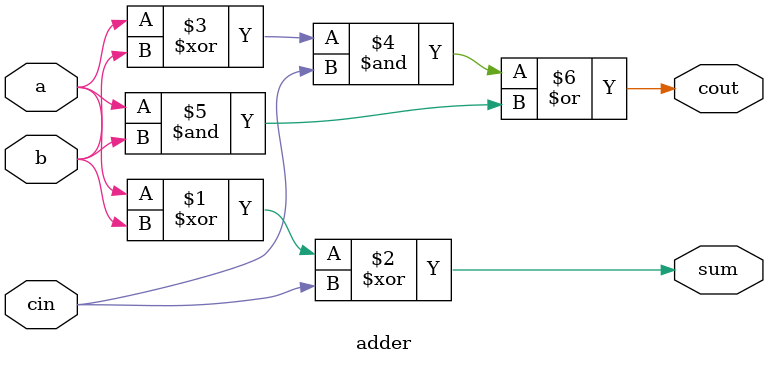
<source format=v>
`timescale 1ns / 1ps


module adder(
  input a, b, cin,
  output sum, cout
);
  assign sum = a ^ b ^ cin;
  assign cout = (a ^ b) & cin | a & b;
endmodule


</source>
